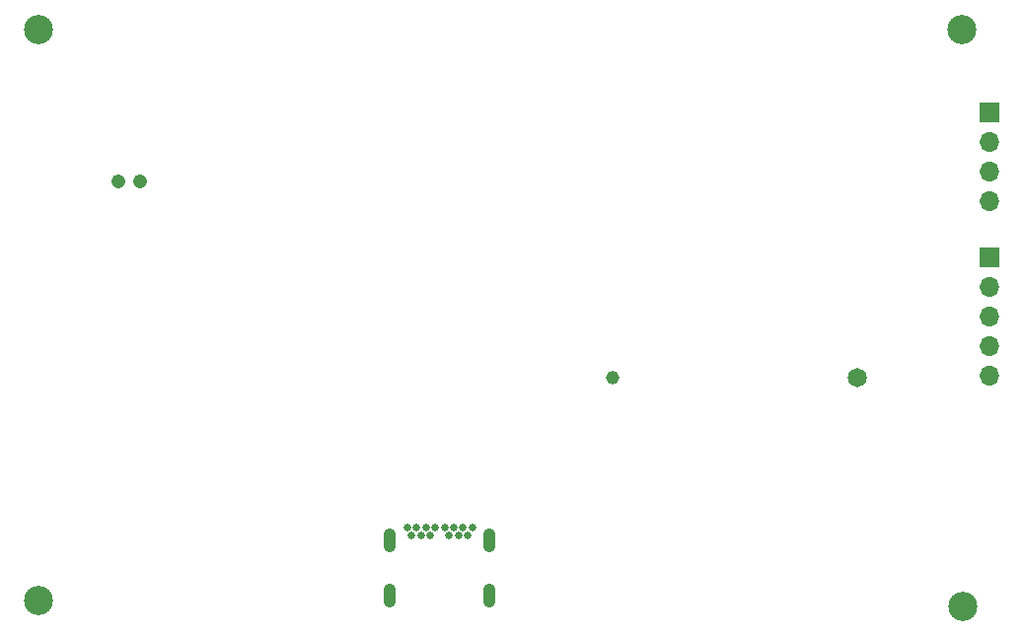
<source format=gbs>
%TF.GenerationSoftware,KiCad,Pcbnew,9.0.0*%
%TF.CreationDate,2025-05-12T22:40:26+02:00*%
%TF.ProjectId,ESP32_PeterDalmaris_Board,45535033-325f-4506-9574-657244616c6d,rev?*%
%TF.SameCoordinates,Original*%
%TF.FileFunction,Soldermask,Bot*%
%TF.FilePolarity,Negative*%
%FSLAX46Y46*%
G04 Gerber Fmt 4.6, Leading zero omitted, Abs format (unit mm)*
G04 Created by KiCad (PCBNEW 9.0.0) date 2025-05-12 22:40:26*
%MOMM*%
%LPD*%
G01*
G04 APERTURE LIST*
%ADD10C,1.208000*%
%ADD11C,1.150000*%
%ADD12C,1.650000*%
%ADD13R,1.700000X1.700000*%
%ADD14O,1.700000X1.700000*%
%ADD15C,0.650000*%
%ADD16O,1.050000X2.100000*%
%ADD17C,2.500000*%
G04 APERTURE END LIST*
D10*
%TO.C,MK1*%
X121800000Y-67000000D03*
X123700000Y-67000000D03*
%TD*%
D11*
%TO.C,J3*%
X164250000Y-83887500D03*
D12*
X185250000Y-83887500D03*
%TD*%
D13*
%TO.C,J5*%
X196600000Y-73500000D03*
D14*
X196600000Y-76040000D03*
X196600000Y-78580000D03*
X196600000Y-81120000D03*
X196600000Y-83660000D03*
%TD*%
D15*
%TO.C,J1*%
X152200000Y-96709500D03*
X151800000Y-97419500D03*
X151000000Y-97419500D03*
X150600000Y-96709500D03*
X150200000Y-97419500D03*
X149800000Y-96709500D03*
X149000000Y-96709500D03*
X148600000Y-97419500D03*
X148200000Y-96709500D03*
X147800000Y-97419500D03*
X147000000Y-97419500D03*
X146600000Y-96709500D03*
X151400000Y-96709500D03*
X147400000Y-96709500D03*
D16*
X145130000Y-97859500D03*
X153670000Y-97859500D03*
X145130000Y-102589500D03*
X153670000Y-102589500D03*
%TD*%
D17*
%TO.C,REF\u002A\u002A*%
X194207107Y-54000000D03*
%TD*%
%TO.C,REF\u002A\u002A*%
X115000000Y-103000000D03*
%TD*%
%TO.C,REF\u002A\u002A*%
X115000000Y-54000000D03*
%TD*%
%TO.C,REF\u002A\u002A*%
X194250000Y-103500000D03*
%TD*%
D13*
%TO.C,J4*%
X196600000Y-61064000D03*
D14*
X196600000Y-63604000D03*
X196600000Y-66144000D03*
X196600000Y-68684000D03*
%TD*%
M02*

</source>
